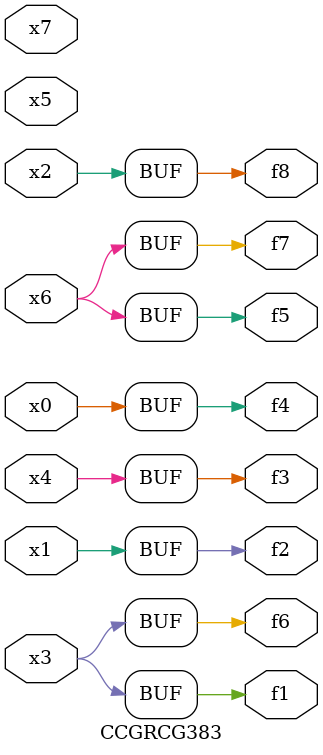
<source format=v>
module CCGRCG383(
	input x0, x1, x2, x3, x4, x5, x6, x7,
	output f1, f2, f3, f4, f5, f6, f7, f8
);
	assign f1 = x3;
	assign f2 = x1;
	assign f3 = x4;
	assign f4 = x0;
	assign f5 = x6;
	assign f6 = x3;
	assign f7 = x6;
	assign f8 = x2;
endmodule

</source>
